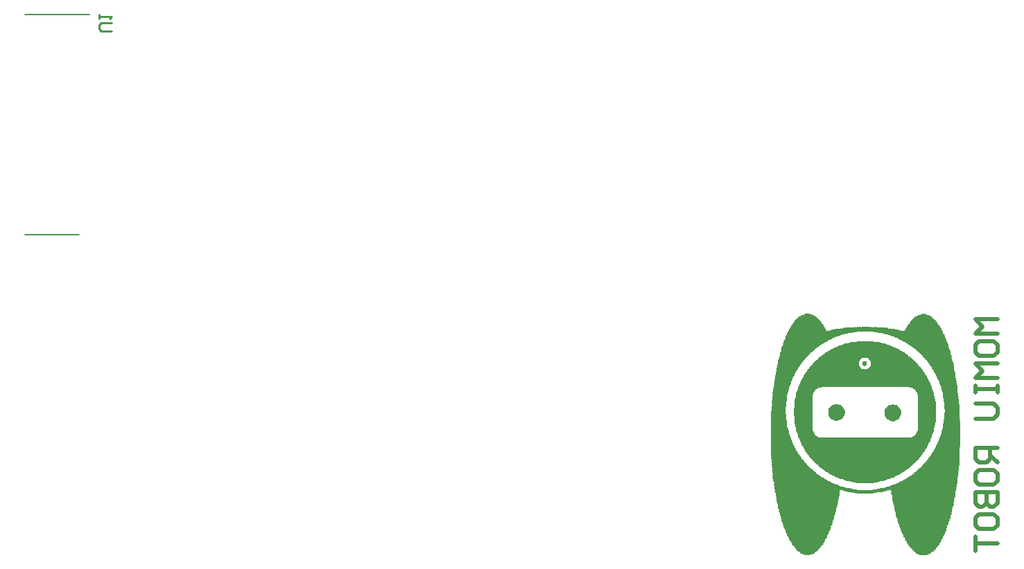
<source format=gbo>
G04*
G04 #@! TF.GenerationSoftware,Altium Limited,Altium Designer,21.2.0 (30)*
G04*
G04 Layer_Color=32896*
%FSLAX44Y44*%
%MOMM*%
G71*
G04*
G04 #@! TF.SameCoordinates,3F68380A-C471-43A9-BBDE-A44CCE961C07*
G04*
G04*
G04 #@! TF.FilePolarity,Positive*
G04*
G01*
G75*
%ADD10C,0.2000*%
%ADD14C,0.2540*%
%ADD15C,0.5000*%
G36*
X1768891Y561109D02*
X1769504D01*
Y560497D01*
X1771341D01*
Y559884D01*
X1771953D01*
Y560497D01*
X1772566D01*
Y559884D01*
X1773178D01*
Y559272D01*
X1775015D01*
Y558660D01*
X1775628D01*
Y558047D01*
X1776240D01*
Y557435D01*
X1776853D01*
Y556822D01*
X1777465D01*
Y556210D01*
X1778077D01*
Y555597D01*
X1778690D01*
Y554985D01*
X1779302D01*
Y554373D01*
X1779915D01*
Y553760D01*
X1780527D01*
Y553148D01*
X1781140D01*
Y552535D01*
X1781752D01*
Y551923D01*
X1782364D01*
Y551311D01*
X1782977D01*
Y550698D01*
X1783589D01*
Y550086D01*
Y549473D01*
X1784202D01*
Y548861D01*
Y548249D01*
X1784814D01*
Y547636D01*
X1785426D01*
Y547024D01*
X1786039D01*
Y546411D01*
X1786651D01*
Y545799D01*
Y545187D01*
Y544574D01*
X1787263D01*
Y543962D01*
X1787876D01*
Y543349D01*
X1788488D01*
Y542737D01*
X1787876D01*
Y542125D01*
X1788488D01*
Y541512D01*
X1789101D01*
Y540900D01*
X1789713D01*
Y540287D01*
X1789101D01*
Y539675D01*
X1789713D01*
Y539062D01*
X1790326D01*
Y538450D01*
X1790938D01*
Y537838D01*
X1790326D01*
Y537225D01*
X1790938D01*
Y536613D01*
X1791550D01*
Y536001D01*
X1792163D01*
Y535388D01*
X1791550D01*
Y534776D01*
X1792163D01*
Y534163D01*
X1792775D01*
Y533551D01*
Y532938D01*
Y532326D01*
X1793388D01*
Y531714D01*
Y531101D01*
Y530489D01*
X1794000D01*
Y529877D01*
X1794612D01*
Y529264D01*
X1794000D01*
Y528652D01*
X1794612D01*
Y528039D01*
X1795225D01*
Y527427D01*
Y526814D01*
Y526202D01*
X1795837D01*
Y525590D01*
X1795225D01*
Y524977D01*
X1795837D01*
Y524365D01*
X1796450D01*
Y523752D01*
Y523140D01*
Y522528D01*
X1797062D01*
Y521915D01*
X1796450D01*
Y521303D01*
X1797062D01*
Y520690D01*
X1797674D01*
Y520078D01*
Y519466D01*
Y518853D01*
X1798287D01*
Y518241D01*
X1797674D01*
Y517628D01*
X1798287D01*
Y517016D01*
X1798899D01*
Y516404D01*
X1798287D01*
Y515791D01*
X1798899D01*
Y515179D01*
X1799512D01*
Y514566D01*
X1798899D01*
Y513954D01*
X1799512D01*
Y513341D01*
Y512729D01*
Y512117D01*
X1800124D01*
Y511504D01*
Y510892D01*
Y510280D01*
X1800736D01*
Y509667D01*
X1800124D01*
Y509055D01*
X1800736D01*
Y508442D01*
X1800124D01*
Y507830D01*
X1800736D01*
Y507217D01*
X1801349D01*
Y506605D01*
Y505993D01*
Y505380D01*
X1801961D01*
Y504768D01*
X1801349D01*
Y504156D01*
X1801961D01*
Y503543D01*
Y502931D01*
Y502318D01*
X1802574D01*
Y501706D01*
Y501093D01*
Y500481D01*
X1803186D01*
Y499869D01*
X1802574D01*
Y499256D01*
X1803186D01*
Y498644D01*
X1802574D01*
Y498031D01*
X1803186D01*
Y497419D01*
Y496807D01*
Y496194D01*
X1803798D01*
Y495582D01*
Y494969D01*
Y494357D01*
X1804411D01*
Y493745D01*
X1803798D01*
Y493132D01*
X1804411D01*
Y492520D01*
X1803798D01*
Y491907D01*
X1804411D01*
Y491295D01*
Y490683D01*
Y490070D01*
X1805023D01*
Y489458D01*
Y488845D01*
Y488233D01*
X1805636D01*
Y487621D01*
X1805023D01*
Y487008D01*
X1805636D01*
Y486396D01*
X1805023D01*
Y485783D01*
X1805636D01*
Y485171D01*
Y484558D01*
Y483946D01*
Y483334D01*
Y482721D01*
X1806248D01*
Y482109D01*
Y481497D01*
Y480884D01*
Y480272D01*
Y479659D01*
X1806861D01*
Y479047D01*
X1806248D01*
Y478434D01*
X1806861D01*
Y477822D01*
X1806248D01*
Y477210D01*
X1806861D01*
Y476597D01*
Y475985D01*
Y475373D01*
Y474760D01*
Y474148D01*
X1807473D01*
Y473535D01*
Y472923D01*
Y472310D01*
Y471698D01*
Y471086D01*
X1808085D01*
Y470473D01*
X1807473D01*
Y469861D01*
X1808085D01*
Y469248D01*
X1807473D01*
Y468636D01*
X1808085D01*
Y468024D01*
Y467411D01*
Y466799D01*
Y466186D01*
Y465574D01*
X1808698D01*
Y464962D01*
X1808085D01*
Y464349D01*
X1808698D01*
Y463737D01*
Y463124D01*
Y462512D01*
Y461900D01*
Y461287D01*
X1809310D01*
Y460675D01*
X1808698D01*
Y460062D01*
X1809310D01*
Y459450D01*
X1808698D01*
Y458838D01*
X1809310D01*
Y458225D01*
X1808698D01*
Y457613D01*
X1809310D01*
Y457000D01*
X1808698D01*
Y456388D01*
X1809310D01*
Y455775D01*
Y455163D01*
Y454551D01*
Y453938D01*
Y453326D01*
Y452714D01*
Y452101D01*
X1809922D01*
Y451489D01*
X1809310D01*
Y450876D01*
X1809922D01*
Y450264D01*
Y449651D01*
Y449039D01*
X1810535D01*
Y448427D01*
X1809922D01*
Y447814D01*
Y447202D01*
Y446590D01*
X1810535D01*
Y445977D01*
X1809922D01*
Y445365D01*
X1810535D01*
Y444752D01*
X1809922D01*
Y444140D01*
X1810535D01*
Y443527D01*
X1809922D01*
Y442915D01*
X1810535D01*
Y442303D01*
X1809922D01*
Y441690D01*
X1810535D01*
Y441078D01*
X1809922D01*
Y440465D01*
X1810535D01*
Y439853D01*
X1809922D01*
Y439241D01*
X1810535D01*
Y438628D01*
Y438016D01*
Y437403D01*
Y436791D01*
Y436179D01*
Y435566D01*
Y434954D01*
Y434341D01*
Y433729D01*
X1811147D01*
Y433117D01*
X1810535D01*
Y432504D01*
Y431892D01*
Y431279D01*
X1811147D01*
Y430667D01*
X1810535D01*
Y430055D01*
Y429442D01*
X1811147D01*
Y428830D01*
Y428217D01*
X1810535D01*
Y427605D01*
X1811147D01*
Y426992D01*
Y426380D01*
Y425768D01*
X1810535D01*
Y425155D01*
X1811147D01*
Y424543D01*
Y423931D01*
Y423318D01*
Y422706D01*
Y422093D01*
Y421481D01*
Y420868D01*
Y420256D01*
Y419644D01*
Y419031D01*
Y418419D01*
Y417807D01*
Y417194D01*
Y416582D01*
Y415969D01*
Y415357D01*
Y414744D01*
Y414132D01*
Y413520D01*
Y412907D01*
Y412295D01*
Y411682D01*
Y411070D01*
Y410458D01*
Y409845D01*
Y409233D01*
Y408620D01*
Y408008D01*
Y407396D01*
Y406783D01*
Y406171D01*
Y405558D01*
Y404946D01*
Y404334D01*
Y403721D01*
Y403109D01*
Y402496D01*
Y401884D01*
Y401272D01*
X1810535D01*
Y400659D01*
X1811147D01*
Y400047D01*
Y399434D01*
Y398822D01*
X1810535D01*
Y398209D01*
X1811147D01*
Y397597D01*
X1810535D01*
Y396985D01*
X1811147D01*
Y396372D01*
X1810535D01*
Y395760D01*
Y395148D01*
Y394535D01*
X1811147D01*
Y393923D01*
X1810535D01*
Y393310D01*
Y392698D01*
Y392085D01*
Y391473D01*
Y390861D01*
Y390248D01*
Y389636D01*
Y389024D01*
Y388411D01*
X1809922D01*
Y387799D01*
X1810535D01*
Y387186D01*
X1809922D01*
Y386574D01*
X1810535D01*
Y385961D01*
X1809922D01*
Y385349D01*
X1810535D01*
Y384737D01*
X1809922D01*
Y384124D01*
X1810535D01*
Y383512D01*
X1809922D01*
Y382899D01*
X1810535D01*
Y382287D01*
X1809922D01*
Y381675D01*
X1810535D01*
Y381062D01*
X1809922D01*
Y380450D01*
X1810535D01*
Y379837D01*
X1809922D01*
Y379225D01*
Y378613D01*
Y378000D01*
Y377388D01*
Y376775D01*
Y376163D01*
Y375551D01*
X1809310D01*
Y374938D01*
X1809922D01*
Y374326D01*
X1809310D01*
Y373713D01*
Y373101D01*
Y372489D01*
Y371876D01*
Y371264D01*
Y370651D01*
Y370039D01*
X1808698D01*
Y369426D01*
X1809310D01*
Y368814D01*
X1808698D01*
Y368202D01*
X1809310D01*
Y367589D01*
X1808698D01*
Y366977D01*
X1809310D01*
Y366365D01*
X1808698D01*
Y365752D01*
Y365140D01*
Y364527D01*
Y363915D01*
Y363302D01*
Y362690D01*
Y362078D01*
X1808085D01*
Y361465D01*
Y360853D01*
Y360241D01*
Y359628D01*
Y359016D01*
X1807473D01*
Y358403D01*
X1808085D01*
Y357791D01*
X1807473D01*
Y357178D01*
X1808085D01*
Y356566D01*
X1807473D01*
Y355954D01*
X1808085D01*
Y355341D01*
X1807473D01*
Y354729D01*
Y354116D01*
Y353504D01*
X1806861D01*
Y352892D01*
X1807473D01*
Y352279D01*
X1806861D01*
Y351667D01*
Y351054D01*
Y350442D01*
Y349830D01*
Y349217D01*
X1806248D01*
Y348605D01*
X1806861D01*
Y347992D01*
X1806248D01*
Y347380D01*
X1806861D01*
Y346768D01*
X1806248D01*
Y346155D01*
Y345543D01*
Y344930D01*
X1805636D01*
Y344318D01*
Y343705D01*
Y343093D01*
Y342481D01*
Y341868D01*
X1805023D01*
Y341256D01*
X1805636D01*
Y340644D01*
X1805023D01*
Y340031D01*
X1805636D01*
Y339419D01*
X1805023D01*
Y338806D01*
Y338194D01*
Y337581D01*
X1804411D01*
Y336969D01*
X1805023D01*
Y336357D01*
X1804411D01*
Y335744D01*
X1803798D01*
Y335132D01*
X1804411D01*
Y334520D01*
X1803798D01*
Y333907D01*
X1804411D01*
Y333295D01*
X1803798D01*
Y332682D01*
Y332070D01*
Y331457D01*
Y330845D01*
Y330233D01*
X1803186D01*
Y329620D01*
X1802574D01*
Y329008D01*
X1803186D01*
Y328395D01*
X1802574D01*
Y327783D01*
X1803186D01*
Y327171D01*
X1802574D01*
Y326558D01*
Y325946D01*
Y325333D01*
X1801961D01*
Y324721D01*
Y324109D01*
Y323496D01*
X1801349D01*
Y322884D01*
X1801961D01*
Y322271D01*
X1801349D01*
Y321659D01*
Y321047D01*
Y320434D01*
X1800736D01*
Y319822D01*
Y319209D01*
Y318597D01*
X1800124D01*
Y317985D01*
X1800736D01*
Y317372D01*
X1800124D01*
Y316760D01*
X1800736D01*
Y316147D01*
X1800124D01*
Y315535D01*
X1799512D01*
Y314923D01*
Y314310D01*
Y313698D01*
X1798899D01*
Y313085D01*
X1799512D01*
Y312473D01*
X1798899D01*
Y311861D01*
Y311248D01*
Y310636D01*
X1798287D01*
Y310023D01*
X1797674D01*
Y309411D01*
X1798287D01*
Y308799D01*
X1797674D01*
Y308186D01*
Y307574D01*
Y306961D01*
X1797062D01*
Y306349D01*
Y305736D01*
Y305124D01*
X1796450D01*
Y304512D01*
Y303899D01*
Y303287D01*
X1795837D01*
Y302675D01*
X1795225D01*
Y302062D01*
X1795837D01*
Y301450D01*
X1795225D01*
Y300837D01*
Y300225D01*
Y299612D01*
X1794612D01*
Y299000D01*
X1794000D01*
Y298388D01*
X1794612D01*
Y297775D01*
X1794000D01*
Y297163D01*
Y296550D01*
Y295938D01*
X1793388D01*
Y295326D01*
X1792775D01*
Y294713D01*
X1793388D01*
Y294101D01*
X1792775D01*
Y293488D01*
X1792163D01*
Y292876D01*
X1791550D01*
Y292264D01*
X1792163D01*
Y291651D01*
X1791550D01*
Y291039D01*
X1790938D01*
Y290426D01*
Y289814D01*
Y289202D01*
X1790326D01*
Y288589D01*
Y287977D01*
X1789713D01*
Y287364D01*
Y286752D01*
X1789101D01*
Y286140D01*
X1788488D01*
Y285527D01*
Y284915D01*
Y284302D01*
X1787876D01*
Y283690D01*
X1787263D01*
Y283078D01*
Y282465D01*
Y281853D01*
X1786651D01*
Y281240D01*
X1786039D01*
Y280628D01*
X1785426D01*
Y280016D01*
Y279403D01*
X1784814D01*
Y278791D01*
Y278178D01*
X1784202D01*
Y277566D01*
X1783589D01*
Y276953D01*
X1782977D01*
Y276341D01*
Y275729D01*
X1781752D01*
Y275116D01*
Y274504D01*
X1781140D01*
Y273891D01*
Y273279D01*
X1780527D01*
Y272667D01*
X1779915D01*
Y272054D01*
X1779302D01*
Y271442D01*
X1778690D01*
Y270829D01*
X1777465D01*
Y270217D01*
X1776853D01*
Y269605D01*
X1775628D01*
Y268992D01*
X1775015D01*
Y268380D01*
X1774403D01*
Y267767D01*
X1773791D01*
Y268380D01*
X1773178D01*
Y267767D01*
X1773791D01*
Y267155D01*
X1773178D01*
Y267767D01*
X1772566D01*
Y267155D01*
X1771953D01*
Y266543D01*
X1771341D01*
Y267155D01*
X1770729D01*
Y266543D01*
X1770116D01*
Y265930D01*
X1769504D01*
Y266543D01*
X1768891D01*
Y265930D01*
X1763380D01*
Y266543D01*
X1762767D01*
Y265930D01*
X1762155D01*
Y266543D01*
X1761543D01*
Y267155D01*
X1759705D01*
Y267767D01*
X1759093D01*
Y268380D01*
X1757256D01*
Y268992D01*
X1756643D01*
Y269605D01*
X1756031D01*
Y270217D01*
X1755419D01*
Y270829D01*
X1754806D01*
Y271442D01*
X1754194D01*
Y272054D01*
X1752969D01*
Y272667D01*
Y273279D01*
X1752357D01*
Y273891D01*
X1751744D01*
Y274504D01*
X1751132D01*
Y275116D01*
X1750519D01*
Y275729D01*
X1749907D01*
Y276341D01*
X1749294D01*
Y276953D01*
X1748682D01*
Y277566D01*
Y278178D01*
X1748070D01*
Y278791D01*
Y279403D01*
X1747457D01*
Y280016D01*
X1746845D01*
Y280628D01*
X1746232D01*
Y281240D01*
Y281853D01*
X1745620D01*
Y282465D01*
Y283078D01*
X1745008D01*
Y283690D01*
X1744395D01*
Y284302D01*
X1743783D01*
Y284915D01*
X1744395D01*
Y285527D01*
X1743783D01*
Y286140D01*
X1743170D01*
Y286752D01*
Y287364D01*
Y287977D01*
X1742558D01*
Y288589D01*
X1741946D01*
Y289202D01*
X1741333D01*
Y289814D01*
X1741946D01*
Y290426D01*
X1741333D01*
Y291039D01*
Y291651D01*
X1740721D01*
Y292264D01*
Y292876D01*
X1740108D01*
Y293488D01*
Y294101D01*
X1739496D01*
Y294713D01*
Y295326D01*
X1738884D01*
Y295938D01*
X1739496D01*
Y296550D01*
X1738884D01*
Y297163D01*
X1738271D01*
Y297775D01*
Y298388D01*
Y299000D01*
X1737659D01*
Y299612D01*
Y300225D01*
Y300837D01*
X1737046D01*
Y301450D01*
X1736434D01*
Y302062D01*
X1737046D01*
Y302675D01*
X1736434D01*
Y303287D01*
Y303899D01*
Y304512D01*
X1735822D01*
Y305124D01*
X1735209D01*
Y305736D01*
X1735822D01*
Y306349D01*
X1735209D01*
Y306961D01*
Y307574D01*
Y308186D01*
X1734597D01*
Y308799D01*
X1733984D01*
Y309411D01*
X1734597D01*
Y310023D01*
X1733984D01*
Y310636D01*
Y311248D01*
Y311861D01*
X1733372D01*
Y312473D01*
Y313085D01*
Y313698D01*
X1732760D01*
Y314310D01*
X1733372D01*
Y314923D01*
X1732760D01*
Y315535D01*
Y316147D01*
Y316760D01*
X1732147D01*
Y317372D01*
Y317985D01*
Y318597D01*
X1731535D01*
Y319209D01*
X1732147D01*
Y319822D01*
X1731535D01*
Y320434D01*
Y321047D01*
Y321659D01*
X1730922D01*
Y322271D01*
Y322884D01*
Y323496D01*
X1730310D01*
Y324109D01*
X1730922D01*
Y324721D01*
X1730310D01*
Y325333D01*
Y325946D01*
Y326558D01*
X1729698D01*
Y327171D01*
X1730310D01*
Y327783D01*
X1729698D01*
Y328395D01*
X1729085D01*
Y329008D01*
X1729698D01*
Y329620D01*
X1729085D01*
Y330233D01*
X1729698D01*
Y330845D01*
X1729085D01*
Y331457D01*
Y332070D01*
Y332682D01*
X1728473D01*
Y333295D01*
Y333907D01*
Y334520D01*
X1727860D01*
Y335132D01*
X1728473D01*
Y335744D01*
X1727860D01*
Y336357D01*
X1728473D01*
Y336969D01*
X1727860D01*
Y337581D01*
Y338194D01*
Y338806D01*
X1727248D01*
Y339419D01*
X1727860D01*
Y340031D01*
X1727248D01*
Y340644D01*
X1726635D01*
Y341256D01*
X1727248D01*
Y341868D01*
X1726635D01*
Y342481D01*
X1727248D01*
Y343093D01*
X1726635D01*
Y343705D01*
X1727248D01*
Y344318D01*
X1726635D01*
Y344930D01*
Y345543D01*
Y346155D01*
X1726023D01*
Y346768D01*
X1725411D01*
Y346155D01*
X1724798D01*
Y345543D01*
X1722961D01*
Y344930D01*
X1722349D01*
Y345543D01*
X1721736D01*
Y344930D01*
X1721124D01*
Y344318D01*
X1720511D01*
Y344930D01*
X1719899D01*
Y344318D01*
X1716837D01*
Y343705D01*
X1715000D01*
Y343093D01*
X1714387D01*
Y343705D01*
X1713775D01*
Y343093D01*
X1710713D01*
Y342481D01*
X1710101D01*
Y343093D01*
X1709488D01*
Y342481D01*
X1708876D01*
Y343093D01*
X1708263D01*
Y342481D01*
X1707651D01*
Y341868D01*
X1707039D01*
Y342481D01*
X1706426D01*
Y341868D01*
X1705814D01*
Y342481D01*
X1705201D01*
Y341868D01*
X1697240D01*
Y341256D01*
X1696628D01*
Y341868D01*
X1696015D01*
Y341256D01*
X1695403D01*
Y341868D01*
X1694790D01*
Y341256D01*
X1694178D01*
Y341868D01*
X1692341D01*
Y341256D01*
X1691728D01*
Y341868D01*
X1683767D01*
Y342481D01*
X1683155D01*
Y341868D01*
X1682542D01*
Y342481D01*
X1681930D01*
Y341868D01*
X1681318D01*
Y342481D01*
X1680705D01*
Y343093D01*
X1680093D01*
Y342481D01*
X1679480D01*
Y343093D01*
X1678868D01*
Y342481D01*
X1678255D01*
Y343093D01*
X1675193D01*
Y343705D01*
X1673356D01*
Y344318D01*
X1670294D01*
Y344930D01*
X1669682D01*
Y344318D01*
X1669070D01*
Y344930D01*
X1668457D01*
Y345543D01*
X1665395D01*
Y346155D01*
X1664783D01*
Y345543D01*
X1664170D01*
Y344930D01*
X1664783D01*
Y344318D01*
X1664170D01*
Y343705D01*
Y343093D01*
Y342481D01*
X1663558D01*
Y341868D01*
Y341256D01*
Y340644D01*
Y340031D01*
Y339419D01*
X1662945D01*
Y338806D01*
X1663558D01*
Y338194D01*
X1662945D01*
Y337581D01*
Y336969D01*
Y336357D01*
Y335744D01*
Y335132D01*
X1662333D01*
Y334520D01*
Y333907D01*
Y333295D01*
X1661721D01*
Y332682D01*
X1662333D01*
Y332070D01*
X1661721D01*
Y331457D01*
X1662333D01*
Y330845D01*
X1661721D01*
Y330233D01*
X1661108D01*
Y329620D01*
X1661721D01*
Y329008D01*
X1661108D01*
Y328395D01*
Y327783D01*
Y327171D01*
X1660496D01*
Y326558D01*
X1661108D01*
Y325946D01*
X1660496D01*
Y325333D01*
Y324721D01*
Y324109D01*
X1659883D01*
Y323496D01*
Y322884D01*
Y322271D01*
X1659271D01*
Y321659D01*
X1659883D01*
Y321047D01*
X1659271D01*
Y320434D01*
X1659883D01*
Y319822D01*
X1659271D01*
Y319209D01*
X1658659D01*
Y318597D01*
Y317985D01*
Y317372D01*
X1658046D01*
Y316760D01*
X1658659D01*
Y316147D01*
X1658046D01*
Y315535D01*
Y314923D01*
Y314310D01*
X1657434D01*
Y313698D01*
Y313085D01*
Y312473D01*
X1656821D01*
Y311861D01*
X1657434D01*
Y311248D01*
X1656821D01*
Y310636D01*
X1656209D01*
Y310023D01*
Y309411D01*
Y308799D01*
X1655597D01*
Y308186D01*
X1656209D01*
Y307574D01*
X1655597D01*
Y306961D01*
Y306349D01*
Y305736D01*
X1654984D01*
Y305124D01*
X1654372D01*
Y304512D01*
X1654984D01*
Y303899D01*
X1654372D01*
Y303287D01*
Y302675D01*
X1653759D01*
Y302062D01*
Y301450D01*
X1653147D01*
Y300837D01*
X1653759D01*
Y300225D01*
X1653147D01*
Y299612D01*
X1652534D01*
Y299000D01*
Y298388D01*
Y297775D01*
X1651922D01*
Y297163D01*
Y296550D01*
Y295938D01*
X1651310D01*
Y295326D01*
X1650697D01*
Y294713D01*
X1651310D01*
Y294101D01*
X1650697D01*
Y293488D01*
Y292876D01*
X1650085D01*
Y292264D01*
Y291651D01*
X1649473D01*
Y291039D01*
Y290426D01*
X1648860D01*
Y289814D01*
Y289202D01*
X1648248D01*
Y288589D01*
Y287977D01*
Y287364D01*
X1647635D01*
Y286752D01*
X1647023D01*
Y286140D01*
Y285527D01*
X1646411D01*
Y284915D01*
Y284302D01*
X1645798D01*
Y283690D01*
Y283078D01*
X1645186D01*
Y282465D01*
Y281853D01*
X1644573D01*
Y281240D01*
X1643961D01*
Y280628D01*
X1643349D01*
Y280016D01*
X1643961D01*
Y279403D01*
X1642736D01*
Y278791D01*
Y278178D01*
X1642124D01*
Y277566D01*
X1641511D01*
Y276953D01*
X1640899D01*
Y276341D01*
Y275729D01*
X1639674D01*
Y275116D01*
Y274504D01*
X1639062D01*
Y273891D01*
X1638449D01*
Y273279D01*
X1637837D01*
Y272667D01*
Y272054D01*
X1636612D01*
Y271442D01*
X1636000D01*
Y270829D01*
X1634775D01*
Y270217D01*
X1634162D01*
Y269605D01*
X1633550D01*
Y268992D01*
X1632938D01*
Y268380D01*
X1631100D01*
Y267767D01*
X1630488D01*
Y267155D01*
X1627426D01*
Y266543D01*
X1625589D01*
Y265930D01*
X1624976D01*
Y266543D01*
X1623139D01*
Y267155D01*
X1622527D01*
Y266543D01*
X1621914D01*
Y267155D01*
X1621302D01*
Y266543D01*
X1620690D01*
Y267155D01*
X1618852D01*
Y267767D01*
X1618240D01*
Y268380D01*
X1616403D01*
Y268992D01*
X1615790D01*
Y269605D01*
X1615178D01*
Y270217D01*
X1614565D01*
Y270829D01*
X1612728D01*
Y271442D01*
X1612116D01*
Y272054D01*
X1611503D01*
Y272667D01*
X1610891D01*
Y273279D01*
X1610279D01*
Y273891D01*
Y274504D01*
X1609054D01*
Y275116D01*
X1609666D01*
Y275729D01*
X1608441D01*
Y276341D01*
Y276953D01*
X1607829D01*
Y277566D01*
X1607217D01*
Y278178D01*
X1606604D01*
Y278791D01*
X1605992D01*
Y279403D01*
X1605379D01*
Y280016D01*
X1605992D01*
Y280628D01*
X1605379D01*
Y281240D01*
X1604767D01*
Y281853D01*
X1604155D01*
Y282465D01*
Y283078D01*
X1603542D01*
Y283690D01*
Y284302D01*
X1602930D01*
Y284915D01*
X1602317D01*
Y285527D01*
Y286140D01*
Y286752D01*
X1601705D01*
Y287364D01*
X1601093D01*
Y287977D01*
X1600480D01*
Y288589D01*
X1601093D01*
Y289202D01*
X1600480D01*
Y289814D01*
X1599868D01*
Y290426D01*
Y291039D01*
Y291651D01*
X1599255D01*
Y292264D01*
X1598643D01*
Y292876D01*
Y293488D01*
Y294101D01*
X1598031D01*
Y294713D01*
Y295326D01*
Y295938D01*
X1597418D01*
Y296550D01*
X1596806D01*
Y297163D01*
X1597418D01*
Y297775D01*
X1596806D01*
Y298388D01*
X1596193D01*
Y299000D01*
Y299612D01*
Y300225D01*
X1595581D01*
Y300837D01*
Y301450D01*
Y302062D01*
X1594969D01*
Y302675D01*
Y303287D01*
Y303899D01*
X1594356D01*
Y304512D01*
Y305124D01*
Y305736D01*
X1593744D01*
Y306349D01*
Y306961D01*
Y307574D01*
X1593131D01*
Y308186D01*
Y308799D01*
Y309411D01*
X1592519D01*
Y310023D01*
Y310636D01*
Y311248D01*
X1591906D01*
Y311861D01*
X1592519D01*
Y312473D01*
X1591906D01*
Y313085D01*
Y313698D01*
Y314310D01*
X1591294D01*
Y314923D01*
X1590682D01*
Y315535D01*
X1591294D01*
Y316147D01*
X1590682D01*
Y316760D01*
Y317372D01*
Y317985D01*
X1590069D01*
Y318597D01*
Y319209D01*
Y319822D01*
X1589457D01*
Y320434D01*
X1590069D01*
Y321047D01*
X1589457D01*
Y321659D01*
X1590069D01*
Y322271D01*
X1589457D01*
Y322884D01*
X1588844D01*
Y323496D01*
Y324109D01*
Y324721D01*
X1588232D01*
Y325333D01*
X1588844D01*
Y325946D01*
X1588232D01*
Y326558D01*
Y327171D01*
Y327783D01*
X1587620D01*
Y328395D01*
X1588232D01*
Y329008D01*
X1587620D01*
Y329620D01*
Y330233D01*
Y330845D01*
X1587007D01*
Y331457D01*
X1587620D01*
Y332070D01*
X1587007D01*
Y332682D01*
Y333295D01*
Y333907D01*
X1586395D01*
Y334520D01*
X1587007D01*
Y335132D01*
X1586395D01*
Y335744D01*
Y336357D01*
Y336969D01*
X1585782D01*
Y337581D01*
X1586395D01*
Y338194D01*
X1585782D01*
Y338806D01*
Y339419D01*
Y340031D01*
Y340644D01*
Y341256D01*
X1585170D01*
Y341868D01*
X1585782D01*
Y342481D01*
X1585170D01*
Y343093D01*
X1584558D01*
Y343705D01*
X1585170D01*
Y344318D01*
X1584558D01*
Y344930D01*
X1585170D01*
Y345543D01*
X1584558D01*
Y346155D01*
X1585170D01*
Y346768D01*
X1584558D01*
Y347380D01*
Y347992D01*
Y348605D01*
X1583945D01*
Y349217D01*
Y349830D01*
Y350442D01*
Y351054D01*
Y351667D01*
X1583333D01*
Y352279D01*
X1583945D01*
Y352892D01*
X1583333D01*
Y353504D01*
X1583945D01*
Y354116D01*
X1583333D01*
Y354729D01*
X1583945D01*
Y355341D01*
X1583333D01*
Y355954D01*
Y356566D01*
Y357178D01*
X1582720D01*
Y357791D01*
Y358403D01*
Y359016D01*
Y359628D01*
Y360241D01*
X1582108D01*
Y360853D01*
X1582720D01*
Y361465D01*
X1582108D01*
Y362078D01*
X1582720D01*
Y362690D01*
X1582108D01*
Y363302D01*
X1582720D01*
Y363915D01*
X1582108D01*
Y364527D01*
X1582720D01*
Y365140D01*
X1582108D01*
Y365752D01*
X1582720D01*
Y366365D01*
X1582108D01*
Y366977D01*
Y367589D01*
Y368202D01*
X1581496D01*
Y368814D01*
X1582108D01*
Y369426D01*
X1581496D01*
Y370039D01*
Y370651D01*
Y371264D01*
Y371876D01*
Y372489D01*
Y373101D01*
Y373713D01*
X1580883D01*
Y374326D01*
X1581496D01*
Y374938D01*
X1580883D01*
Y375551D01*
X1581496D01*
Y376163D01*
X1580883D01*
Y376775D01*
X1581496D01*
Y377388D01*
X1580883D01*
Y378000D01*
X1581496D01*
Y378613D01*
X1580883D01*
Y379225D01*
Y379837D01*
Y380450D01*
Y381062D01*
Y381675D01*
Y382287D01*
Y382899D01*
Y383512D01*
Y384124D01*
X1580271D01*
Y384737D01*
Y385349D01*
Y385961D01*
X1580883D01*
Y386574D01*
X1580271D01*
Y387186D01*
Y387799D01*
Y388411D01*
Y389024D01*
Y389636D01*
X1579658D01*
Y390248D01*
X1580271D01*
Y390861D01*
Y391473D01*
Y392085D01*
X1579658D01*
Y392698D01*
X1580271D01*
Y393310D01*
X1579658D01*
Y393923D01*
X1580271D01*
Y394535D01*
X1579658D01*
Y395148D01*
X1580271D01*
Y395760D01*
X1579658D01*
Y396372D01*
X1580271D01*
Y396985D01*
X1579658D01*
Y397597D01*
X1580271D01*
Y398209D01*
X1579658D01*
Y398822D01*
X1580271D01*
Y399434D01*
X1579658D01*
Y400047D01*
X1580271D01*
Y400659D01*
X1579658D01*
Y401272D01*
X1580271D01*
Y401884D01*
X1579658D01*
Y402496D01*
X1580271D01*
Y403109D01*
X1579658D01*
Y403721D01*
Y404334D01*
Y404946D01*
X1580271D01*
Y405558D01*
X1579658D01*
Y406171D01*
Y406783D01*
Y407396D01*
X1580271D01*
Y408008D01*
X1579658D01*
Y408620D01*
Y409233D01*
Y409845D01*
X1580271D01*
Y410458D01*
X1579658D01*
Y411070D01*
Y411682D01*
Y412295D01*
Y412907D01*
Y413520D01*
Y414132D01*
Y414744D01*
X1580271D01*
Y415357D01*
X1579658D01*
Y415969D01*
Y416582D01*
Y417194D01*
X1580271D01*
Y417807D01*
X1579658D01*
Y418419D01*
Y419031D01*
Y419644D01*
X1580271D01*
Y420256D01*
X1579658D01*
Y420868D01*
Y421481D01*
Y422093D01*
X1580271D01*
Y422706D01*
X1579658D01*
Y423318D01*
Y423931D01*
Y424543D01*
X1580271D01*
Y425155D01*
X1579658D01*
Y425768D01*
X1580271D01*
Y426380D01*
X1579658D01*
Y426992D01*
X1580271D01*
Y427605D01*
X1579658D01*
Y428217D01*
X1580271D01*
Y428830D01*
X1579658D01*
Y429442D01*
X1580271D01*
Y430055D01*
X1579658D01*
Y430667D01*
X1580271D01*
Y431279D01*
X1579658D01*
Y431892D01*
X1580271D01*
Y432504D01*
X1579658D01*
Y433117D01*
X1580271D01*
Y433729D01*
X1579658D01*
Y434341D01*
X1580271D01*
Y434954D01*
Y435566D01*
Y436179D01*
X1579658D01*
Y436791D01*
X1580271D01*
Y437403D01*
Y438016D01*
Y438628D01*
Y439241D01*
Y439853D01*
Y440465D01*
Y441078D01*
Y441690D01*
Y442303D01*
X1580883D01*
Y442915D01*
X1580271D01*
Y443527D01*
X1580883D01*
Y444140D01*
Y444752D01*
Y445365D01*
Y445977D01*
Y446590D01*
Y447202D01*
Y447814D01*
Y448427D01*
Y449039D01*
X1581496D01*
Y449651D01*
X1580883D01*
Y450264D01*
X1581496D01*
Y450876D01*
X1580883D01*
Y451489D01*
X1581496D01*
Y452101D01*
X1580883D01*
Y452714D01*
X1581496D01*
Y453326D01*
X1580883D01*
Y453938D01*
X1581496D01*
Y454551D01*
X1580883D01*
Y455163D01*
X1581496D01*
Y455775D01*
Y456388D01*
Y457000D01*
Y457613D01*
Y458225D01*
X1582108D01*
Y458838D01*
X1581496D01*
Y459450D01*
X1582108D01*
Y460062D01*
Y460675D01*
Y461287D01*
X1582720D01*
Y461900D01*
X1582108D01*
Y462512D01*
Y463124D01*
Y463737D01*
X1582720D01*
Y464349D01*
X1582108D01*
Y464962D01*
X1582720D01*
Y465574D01*
X1582108D01*
Y466186D01*
X1582720D01*
Y466799D01*
Y467411D01*
Y468024D01*
Y468636D01*
Y469248D01*
X1583333D01*
Y469861D01*
X1582720D01*
Y470473D01*
X1583333D01*
Y471086D01*
Y471698D01*
Y472310D01*
Y472923D01*
Y473535D01*
X1583945D01*
Y474148D01*
X1583333D01*
Y474760D01*
X1583945D01*
Y475373D01*
X1583333D01*
Y475985D01*
X1583945D01*
Y476597D01*
Y477210D01*
Y477822D01*
Y478434D01*
Y479047D01*
X1584558D01*
Y479659D01*
Y480272D01*
Y480884D01*
X1585170D01*
Y481497D01*
X1584558D01*
Y482109D01*
X1585170D01*
Y482721D01*
X1584558D01*
Y483334D01*
X1585170D01*
Y483946D01*
Y484558D01*
Y485171D01*
Y485783D01*
Y486396D01*
X1585782D01*
Y487008D01*
X1585170D01*
Y487621D01*
X1585782D01*
Y488233D01*
Y488845D01*
Y489458D01*
X1586395D01*
Y490070D01*
X1585782D01*
Y490683D01*
X1586395D01*
Y491295D01*
X1585782D01*
Y491907D01*
X1586395D01*
Y492520D01*
Y493132D01*
Y493745D01*
X1587007D01*
Y494357D01*
Y494969D01*
Y495582D01*
X1587620D01*
Y496194D01*
X1587007D01*
Y496807D01*
X1587620D01*
Y497419D01*
X1587007D01*
Y498031D01*
X1587620D01*
Y498644D01*
X1588232D01*
Y499256D01*
X1587620D01*
Y499869D01*
X1588232D01*
Y500481D01*
Y501093D01*
Y501706D01*
X1588844D01*
Y502318D01*
X1588232D01*
Y502931D01*
X1588844D01*
Y503543D01*
Y504156D01*
Y504768D01*
X1589457D01*
Y505380D01*
Y505993D01*
Y506605D01*
X1590069D01*
Y507217D01*
X1589457D01*
Y507830D01*
X1590069D01*
Y508442D01*
Y509055D01*
Y509667D01*
X1590682D01*
Y510280D01*
Y510892D01*
Y511504D01*
X1591294D01*
Y512117D01*
X1590682D01*
Y512729D01*
X1591294D01*
Y513341D01*
Y513954D01*
Y514566D01*
X1591906D01*
Y515179D01*
X1592519D01*
Y515791D01*
X1591906D01*
Y516404D01*
X1592519D01*
Y517016D01*
X1591906D01*
Y517628D01*
X1592519D01*
Y518241D01*
X1593131D01*
Y518853D01*
Y519466D01*
Y520078D01*
X1593744D01*
Y520690D01*
X1593131D01*
Y521303D01*
X1593744D01*
Y521915D01*
X1594356D01*
Y522528D01*
Y523140D01*
Y523752D01*
X1594969D01*
Y524365D01*
X1594356D01*
Y524977D01*
X1594969D01*
Y525590D01*
X1595581D01*
Y526202D01*
Y526814D01*
Y527427D01*
X1596193D01*
Y528039D01*
X1595581D01*
Y528652D01*
X1596193D01*
Y529264D01*
X1596806D01*
Y529877D01*
X1597418D01*
Y530489D01*
X1596806D01*
Y531101D01*
X1597418D01*
Y531714D01*
Y532326D01*
X1598031D01*
Y532938D01*
Y533551D01*
X1598643D01*
Y534163D01*
X1598031D01*
Y534776D01*
X1598643D01*
Y535388D01*
X1599255D01*
Y536001D01*
Y536613D01*
Y537225D01*
X1599868D01*
Y537838D01*
X1600480D01*
Y538450D01*
Y539062D01*
Y539675D01*
X1601093D01*
Y540287D01*
X1601705D01*
Y540900D01*
Y541512D01*
Y542125D01*
X1602317D01*
Y542737D01*
X1602930D01*
Y543349D01*
X1603542D01*
Y543962D01*
X1602930D01*
Y544574D01*
X1603542D01*
Y545187D01*
X1604155D01*
Y545799D01*
X1604767D01*
Y546411D01*
X1604155D01*
Y547024D01*
X1605379D01*
Y547636D01*
Y548249D01*
X1605992D01*
Y548861D01*
X1606604D01*
Y549473D01*
X1607217D01*
Y550086D01*
Y550698D01*
X1607829D01*
Y551311D01*
Y551923D01*
X1608441D01*
Y552535D01*
X1609054D01*
Y553148D01*
X1609666D01*
Y553760D01*
X1610279D01*
Y554373D01*
X1610891D01*
Y554985D01*
X1611503D01*
Y555597D01*
X1612116D01*
Y556210D01*
X1612728D01*
Y556822D01*
X1613341D01*
Y557435D01*
X1613953D01*
Y558047D01*
X1614565D01*
Y558660D01*
X1615178D01*
Y558047D01*
X1615790D01*
Y558660D01*
X1616403D01*
Y559272D01*
X1617015D01*
Y559884D01*
X1617628D01*
Y560497D01*
X1619465D01*
Y561109D01*
X1620077D01*
Y560497D01*
X1620690D01*
Y561109D01*
X1621302D01*
Y561721D01*
X1626814D01*
Y561109D01*
X1627426D01*
Y561721D01*
X1628038D01*
Y561109D01*
X1629876D01*
Y560497D01*
X1631713D01*
Y559884D01*
X1632325D01*
Y559272D01*
X1632938D01*
Y558660D01*
X1634162D01*
Y558047D01*
X1635387D01*
Y557435D01*
X1636000D01*
Y556822D01*
X1636612D01*
Y556210D01*
X1637224D01*
Y555597D01*
X1637837D01*
Y554985D01*
X1638449D01*
Y554373D01*
X1639062D01*
Y553760D01*
X1639674D01*
Y553148D01*
X1640287D01*
Y552535D01*
X1640899D01*
Y551923D01*
X1641511D01*
Y551311D01*
Y550698D01*
Y550086D01*
X1642124D01*
Y549473D01*
X1642736D01*
Y548861D01*
X1643349D01*
Y548249D01*
X1643961D01*
Y547636D01*
X1643349D01*
Y547024D01*
X1644573D01*
Y546411D01*
Y545799D01*
X1645186D01*
Y545187D01*
X1645798D01*
Y544574D01*
X1646411D01*
Y543962D01*
X1645798D01*
Y543349D01*
X1646411D01*
Y542737D01*
X1647023D01*
Y542125D01*
X1647635D01*
Y541512D01*
X1647023D01*
Y540900D01*
X1647635D01*
Y540287D01*
X1648248D01*
Y540900D01*
X1648860D01*
Y540287D01*
X1649473D01*
Y540900D01*
X1651310D01*
Y541512D01*
X1651922D01*
Y540900D01*
X1652534D01*
Y541512D01*
X1653147D01*
Y542125D01*
X1653759D01*
Y541512D01*
X1654372D01*
Y542125D01*
X1657434D01*
Y542737D01*
X1658046D01*
Y542125D01*
X1658659D01*
Y542737D01*
X1659271D01*
Y543349D01*
X1659883D01*
Y542737D01*
X1660496D01*
Y543349D01*
X1661108D01*
Y542737D01*
X1661721D01*
Y543349D01*
X1664783D01*
Y543962D01*
X1665395D01*
Y543349D01*
X1666007D01*
Y543962D01*
X1666620D01*
Y543349D01*
X1667232D01*
Y543962D01*
X1667845D01*
Y544574D01*
X1668457D01*
Y543962D01*
X1669070D01*
Y544574D01*
X1669682D01*
Y543962D01*
X1670294D01*
Y544574D01*
X1677031D01*
Y545187D01*
X1677643D01*
Y544574D01*
X1678255D01*
Y545187D01*
X1678868D01*
Y544574D01*
X1679480D01*
Y545187D01*
X1680093D01*
Y544574D01*
X1680705D01*
Y545187D01*
X1681318D01*
Y545799D01*
X1681930D01*
Y545187D01*
X1682542D01*
Y545799D01*
X1683155D01*
Y545187D01*
X1683767D01*
Y545799D01*
X1684380D01*
Y545187D01*
X1684992D01*
Y545799D01*
X1685604D01*
Y545187D01*
X1686217D01*
Y545799D01*
X1686829D01*
Y545187D01*
X1687442D01*
Y545799D01*
X1688054D01*
Y545187D01*
X1688666D01*
Y545799D01*
X1690504D01*
Y545187D01*
X1691116D01*
Y545799D01*
X1700302D01*
Y545187D01*
X1700914D01*
Y545799D01*
X1701527D01*
Y545187D01*
X1702139D01*
Y545799D01*
X1702752D01*
Y545187D01*
X1703364D01*
Y545799D01*
X1703976D01*
Y545187D01*
X1704589D01*
Y545799D01*
X1705201D01*
Y545187D01*
X1705814D01*
Y545799D01*
X1706426D01*
Y545187D01*
X1707039D01*
Y545799D01*
X1707651D01*
Y545187D01*
X1708263D01*
Y545799D01*
X1708876D01*
Y545187D01*
X1709488D01*
Y544574D01*
X1710101D01*
Y545187D01*
X1710713D01*
Y544574D01*
X1711325D01*
Y545187D01*
X1711938D01*
Y544574D01*
X1712550D01*
Y545187D01*
X1713163D01*
Y544574D01*
X1713775D01*
Y545187D01*
X1714387D01*
Y544574D01*
X1718674D01*
Y543962D01*
X1719287D01*
Y544574D01*
X1719899D01*
Y543962D01*
X1720511D01*
Y544574D01*
X1721124D01*
Y543962D01*
X1721736D01*
Y544574D01*
X1722349D01*
Y543962D01*
X1722961D01*
Y543349D01*
X1723573D01*
Y543962D01*
X1724186D01*
Y543349D01*
X1724798D01*
Y543962D01*
X1725411D01*
Y543349D01*
X1728473D01*
Y542737D01*
X1729085D01*
Y543349D01*
X1729698D01*
Y542737D01*
X1730310D01*
Y543349D01*
X1730922D01*
Y542737D01*
X1731535D01*
Y542125D01*
X1732147D01*
Y542737D01*
X1732760D01*
Y542125D01*
X1735822D01*
Y541512D01*
X1736434D01*
Y542125D01*
X1737046D01*
Y541512D01*
X1737659D01*
Y540900D01*
X1738271D01*
Y541512D01*
X1738884D01*
Y540900D01*
X1741946D01*
Y540287D01*
X1742558D01*
Y540900D01*
X1743783D01*
Y541512D01*
Y542125D01*
X1744395D01*
Y542737D01*
X1745008D01*
Y543349D01*
Y543962D01*
Y544574D01*
X1745620D01*
Y545187D01*
X1746232D01*
Y545799D01*
X1746845D01*
Y546411D01*
X1746232D01*
Y547024D01*
X1747457D01*
Y547636D01*
Y548249D01*
X1748070D01*
Y548861D01*
X1748682D01*
Y549473D01*
X1749294D01*
Y550086D01*
Y550698D01*
X1749907D01*
Y551311D01*
Y551923D01*
X1750519D01*
Y552535D01*
X1751132D01*
Y553148D01*
X1751744D01*
Y553760D01*
X1752357D01*
Y554373D01*
X1752969D01*
Y554985D01*
X1753581D01*
Y555597D01*
X1754194D01*
Y556210D01*
X1754806D01*
Y556822D01*
X1755419D01*
Y557435D01*
X1756031D01*
Y558047D01*
X1757868D01*
Y558660D01*
X1758481D01*
Y559272D01*
X1759093D01*
Y559884D01*
X1760930D01*
Y560497D01*
X1762767D01*
Y561109D01*
X1764604D01*
Y561721D01*
X1765217D01*
Y561109D01*
X1765829D01*
Y561721D01*
X1766442D01*
Y561109D01*
X1767054D01*
Y561721D01*
X1767667D01*
Y561109D01*
X1768279D01*
Y561721D01*
X1768891D01*
Y561109D01*
D02*
G37*
%LPC*%
G36*
X1705201Y539675D02*
X1684992D01*
Y539062D01*
X1680093D01*
Y538450D01*
X1677031D01*
Y537838D01*
X1673969D01*
Y537225D01*
X1670907D01*
Y536613D01*
X1669070D01*
Y536001D01*
X1666620D01*
Y535388D01*
X1664783D01*
Y534776D01*
X1662945D01*
Y534163D01*
X1661108D01*
Y533551D01*
X1659883D01*
Y532938D01*
X1658046D01*
Y532326D01*
X1656821D01*
Y531714D01*
X1655597D01*
Y531101D01*
X1654372D01*
Y530489D01*
X1653147D01*
Y529877D01*
X1651922D01*
Y529264D01*
X1650697D01*
Y528652D01*
X1649473D01*
Y528039D01*
X1648248D01*
Y527427D01*
X1647023D01*
Y526814D01*
X1645798D01*
Y526202D01*
X1645186D01*
Y525590D01*
X1643961D01*
Y524977D01*
X1643349D01*
Y524365D01*
X1642124D01*
Y523752D01*
X1640899D01*
Y523140D01*
X1640287D01*
Y522528D01*
X1639674D01*
Y521915D01*
X1638449D01*
Y521303D01*
X1637837D01*
Y520690D01*
X1636612D01*
Y520078D01*
X1636000D01*
Y519466D01*
X1635387D01*
Y518853D01*
X1634775D01*
Y518241D01*
X1633550D01*
Y517628D01*
X1632938D01*
Y517016D01*
X1632325D01*
Y516404D01*
X1631713D01*
Y515791D01*
X1631100D01*
Y515179D01*
X1630488D01*
Y514566D01*
X1629263D01*
Y513954D01*
X1628651D01*
Y513341D01*
X1628038D01*
Y512729D01*
X1627426D01*
Y512117D01*
X1626814D01*
Y511504D01*
X1626201D01*
Y510892D01*
X1625589D01*
Y510280D01*
X1624976D01*
Y509667D01*
X1624364D01*
Y509055D01*
X1623752D01*
Y508442D01*
X1623139D01*
Y507830D01*
Y507217D01*
X1622527D01*
Y506605D01*
X1621914D01*
Y505993D01*
X1621302D01*
Y505380D01*
X1620690D01*
Y504768D01*
X1620077D01*
Y504156D01*
Y503543D01*
X1619465D01*
Y502931D01*
X1618852D01*
Y502318D01*
X1618240D01*
Y501706D01*
X1617628D01*
Y501093D01*
Y500481D01*
X1617015D01*
Y499869D01*
X1616403D01*
Y499256D01*
X1615790D01*
Y498644D01*
Y498031D01*
X1615178D01*
Y497419D01*
X1614565D01*
Y496807D01*
Y496194D01*
X1613953D01*
Y495582D01*
X1613341D01*
Y494969D01*
Y494357D01*
X1612728D01*
Y493745D01*
Y493132D01*
X1612116D01*
Y492520D01*
X1611503D01*
Y491907D01*
Y491295D01*
X1610891D01*
Y490683D01*
Y490070D01*
X1610279D01*
Y489458D01*
X1609666D01*
Y488845D01*
Y488233D01*
X1609054D01*
Y487621D01*
Y487008D01*
X1608441D01*
Y486396D01*
Y485783D01*
X1607829D01*
Y485171D01*
Y484558D01*
X1607217D01*
Y483946D01*
Y483334D01*
Y482721D01*
X1606604D01*
Y482109D01*
Y481497D01*
X1605992D01*
Y480884D01*
Y480272D01*
X1605379D01*
Y479659D01*
Y479047D01*
Y478434D01*
X1604767D01*
Y477822D01*
Y477210D01*
X1604155D01*
Y476597D01*
Y475985D01*
Y475373D01*
X1603542D01*
Y474760D01*
Y474148D01*
Y473535D01*
X1602930D01*
Y472923D01*
Y472310D01*
Y471698D01*
X1602317D01*
Y471086D01*
Y470473D01*
Y469861D01*
X1601705D01*
Y469248D01*
Y468636D01*
Y468024D01*
Y467411D01*
X1601093D01*
Y466799D01*
Y466186D01*
Y465574D01*
Y464962D01*
X1600480D01*
Y464349D01*
Y463737D01*
Y463124D01*
Y462512D01*
X1599868D01*
Y461900D01*
Y461287D01*
Y460675D01*
Y460062D01*
Y459450D01*
Y458838D01*
X1599255D01*
Y458225D01*
Y457613D01*
Y457000D01*
Y456388D01*
Y455775D01*
Y455163D01*
Y454551D01*
X1598643D01*
Y453938D01*
Y453326D01*
Y452714D01*
Y452101D01*
Y451489D01*
Y450876D01*
Y450264D01*
Y449651D01*
Y449039D01*
Y448427D01*
Y447814D01*
Y447202D01*
X1598031D01*
Y446590D01*
Y445977D01*
Y445365D01*
Y444752D01*
Y444140D01*
Y443527D01*
Y442915D01*
Y442303D01*
Y441690D01*
Y441078D01*
Y440465D01*
Y439853D01*
Y439241D01*
Y438628D01*
X1598643D01*
Y438016D01*
Y437403D01*
Y436791D01*
Y436179D01*
Y435566D01*
Y434954D01*
Y434341D01*
Y433729D01*
Y433117D01*
Y432504D01*
Y431892D01*
Y431279D01*
X1599255D01*
Y430667D01*
Y430055D01*
Y429442D01*
Y428830D01*
Y428217D01*
Y427605D01*
Y426992D01*
X1599868D01*
Y426380D01*
Y425768D01*
Y425155D01*
Y424543D01*
Y423931D01*
Y423318D01*
X1600480D01*
Y422706D01*
Y422093D01*
Y421481D01*
Y420868D01*
X1601093D01*
Y420256D01*
Y419644D01*
Y419031D01*
Y418419D01*
X1601705D01*
Y417807D01*
Y417194D01*
Y416582D01*
Y415969D01*
X1602317D01*
Y415357D01*
Y414744D01*
Y414132D01*
X1602930D01*
Y413520D01*
Y412907D01*
Y412295D01*
X1603542D01*
Y411682D01*
Y411070D01*
Y410458D01*
X1604155D01*
Y409845D01*
Y409233D01*
Y408620D01*
X1604767D01*
Y408008D01*
Y407396D01*
X1605379D01*
Y406783D01*
Y406171D01*
Y405558D01*
X1605992D01*
Y404946D01*
Y404334D01*
X1606604D01*
Y403721D01*
Y403109D01*
X1607217D01*
Y402496D01*
Y401884D01*
Y401272D01*
X1607829D01*
Y400659D01*
Y400047D01*
X1608441D01*
Y399434D01*
Y398822D01*
X1609054D01*
Y398209D01*
Y397597D01*
X1609666D01*
Y396985D01*
Y396372D01*
X1610279D01*
Y395760D01*
X1610891D01*
Y395148D01*
Y394535D01*
X1611503D01*
Y393923D01*
Y393310D01*
X1612116D01*
Y392698D01*
X1612728D01*
Y392085D01*
Y391473D01*
X1613341D01*
Y390861D01*
Y390248D01*
X1613953D01*
Y389636D01*
X1614565D01*
Y389024D01*
Y388411D01*
X1615178D01*
Y387799D01*
X1615790D01*
Y387186D01*
X1616403D01*
Y386574D01*
Y385961D01*
X1617015D01*
Y385349D01*
X1617628D01*
Y384737D01*
Y384124D01*
X1618240D01*
Y383512D01*
X1618852D01*
Y382899D01*
X1619465D01*
Y382287D01*
X1620077D01*
Y381675D01*
Y381062D01*
X1620690D01*
Y380450D01*
X1621302D01*
Y379837D01*
X1621914D01*
Y379225D01*
X1622527D01*
Y378613D01*
X1623139D01*
Y378000D01*
X1623752D01*
Y377388D01*
Y376775D01*
X1624364D01*
Y376163D01*
X1624976D01*
Y375551D01*
X1625589D01*
Y374938D01*
X1626201D01*
Y374326D01*
X1626814D01*
Y373713D01*
X1627426D01*
Y373101D01*
X1628038D01*
Y372489D01*
X1628651D01*
Y371876D01*
X1629876D01*
Y371264D01*
X1630488D01*
Y370651D01*
X1631100D01*
Y370039D01*
X1631713D01*
Y369426D01*
X1632325D01*
Y368814D01*
X1632938D01*
Y368202D01*
X1633550D01*
Y367589D01*
X1634775D01*
Y366977D01*
X1635387D01*
Y366365D01*
X1636000D01*
Y365752D01*
X1636612D01*
Y365140D01*
X1637837D01*
Y364527D01*
X1638449D01*
Y363915D01*
X1639674D01*
Y363302D01*
X1640287D01*
Y362690D01*
X1640899D01*
Y362078D01*
X1642124D01*
Y361465D01*
X1643349D01*
Y360853D01*
X1643961D01*
Y360241D01*
X1645186D01*
Y359628D01*
X1645798D01*
Y359016D01*
X1647023D01*
Y358403D01*
X1648248D01*
Y357791D01*
X1649473D01*
Y357178D01*
X1650697D01*
Y356566D01*
X1651922D01*
Y355954D01*
X1653147D01*
Y355341D01*
X1654372D01*
Y354729D01*
X1655597D01*
Y354116D01*
X1656821D01*
Y353504D01*
X1658659D01*
Y352892D01*
X1659883D01*
Y352279D01*
X1661721D01*
Y351667D01*
X1662945D01*
Y351054D01*
X1664783D01*
Y350442D01*
X1667232D01*
Y349830D01*
X1669070D01*
Y349217D01*
X1671519D01*
Y348605D01*
X1673969D01*
Y347992D01*
X1677031D01*
Y347380D01*
X1680093D01*
Y346768D01*
X1684992D01*
Y346155D01*
X1704589D01*
Y346768D01*
X1709488D01*
Y347380D01*
X1713163D01*
Y347992D01*
X1716225D01*
Y348605D01*
X1718674D01*
Y349217D01*
X1721124D01*
Y349830D01*
X1722961D01*
Y350442D01*
X1724798D01*
Y351054D01*
X1726635D01*
Y351667D01*
X1728473D01*
Y352279D01*
X1730310D01*
Y352892D01*
X1731535D01*
Y353504D01*
X1733372D01*
Y354116D01*
X1734597D01*
Y354729D01*
X1735822D01*
Y355341D01*
X1737046D01*
Y355954D01*
X1738271D01*
Y356566D01*
X1739496D01*
Y357178D01*
X1740721D01*
Y357791D01*
X1741946D01*
Y358403D01*
X1743170D01*
Y359016D01*
X1743783D01*
Y359628D01*
X1745008D01*
Y360241D01*
X1746232D01*
Y360853D01*
X1746845D01*
Y361465D01*
X1748070D01*
Y362078D01*
X1748682D01*
Y362690D01*
X1749907D01*
Y363302D01*
X1750519D01*
Y363915D01*
X1751744D01*
Y364527D01*
X1752357D01*
Y365140D01*
X1752969D01*
Y365752D01*
X1754194D01*
Y366365D01*
X1754806D01*
Y366977D01*
X1755419D01*
Y367589D01*
X1756643D01*
Y368202D01*
X1757256D01*
Y368814D01*
X1757868D01*
Y369426D01*
X1758481D01*
Y370039D01*
X1759093D01*
Y370651D01*
X1759705D01*
Y371264D01*
X1760318D01*
Y371876D01*
X1760930D01*
Y372489D01*
X1761543D01*
Y373101D01*
X1762767D01*
Y373713D01*
X1763380D01*
Y374326D01*
X1763992D01*
Y374938D01*
X1764604D01*
Y375551D01*
Y376163D01*
X1765217D01*
Y376775D01*
X1765829D01*
Y377388D01*
X1766442D01*
Y378000D01*
X1767054D01*
Y378613D01*
X1767667D01*
Y379225D01*
X1768279D01*
Y379837D01*
X1768891D01*
Y380450D01*
X1769504D01*
Y381062D01*
X1770116D01*
Y381675D01*
Y382287D01*
X1770729D01*
Y382899D01*
X1771341D01*
Y383512D01*
X1771953D01*
Y384124D01*
Y384737D01*
X1772566D01*
Y385349D01*
X1773178D01*
Y385961D01*
X1773791D01*
Y386574D01*
Y387186D01*
X1774403D01*
Y387799D01*
X1775015D01*
Y388411D01*
X1775628D01*
Y389024D01*
Y389636D01*
X1776240D01*
Y390248D01*
Y390861D01*
X1776853D01*
Y391473D01*
X1777465D01*
Y392085D01*
Y392698D01*
X1778077D01*
Y393310D01*
X1778690D01*
Y393923D01*
Y394535D01*
X1779302D01*
Y395148D01*
Y395760D01*
X1779915D01*
Y396372D01*
Y396985D01*
X1780527D01*
Y397597D01*
Y398209D01*
X1781140D01*
Y398822D01*
Y399434D01*
X1781752D01*
Y400047D01*
Y400659D01*
X1782364D01*
Y401272D01*
Y401884D01*
X1782977D01*
Y402496D01*
Y403109D01*
X1783589D01*
Y403721D01*
Y404334D01*
X1784202D01*
Y404946D01*
Y405558D01*
X1784814D01*
Y406171D01*
Y406783D01*
Y407396D01*
X1785426D01*
Y408008D01*
Y408620D01*
X1786039D01*
Y409233D01*
Y409845D01*
Y410458D01*
X1786651D01*
Y411070D01*
Y411682D01*
Y412295D01*
X1787263D01*
Y412907D01*
Y413520D01*
Y414132D01*
X1787876D01*
Y414744D01*
Y415357D01*
Y415969D01*
Y416582D01*
X1788488D01*
Y417194D01*
Y417807D01*
Y418419D01*
X1789101D01*
Y419031D01*
Y419644D01*
Y420256D01*
Y420868D01*
X1789713D01*
Y421481D01*
Y422093D01*
Y422706D01*
Y423318D01*
Y423931D01*
X1790326D01*
Y424543D01*
Y425155D01*
Y425768D01*
Y426380D01*
Y426992D01*
X1790938D01*
Y427605D01*
Y428217D01*
Y428830D01*
Y429442D01*
Y430055D01*
Y430667D01*
Y431279D01*
Y431892D01*
X1791550D01*
Y432504D01*
Y433117D01*
Y433729D01*
Y434341D01*
Y434954D01*
Y435566D01*
Y436179D01*
Y436791D01*
Y437403D01*
Y438016D01*
Y438628D01*
Y439241D01*
Y439853D01*
Y440465D01*
Y441078D01*
X1792163D01*
Y441690D01*
Y442303D01*
Y442915D01*
Y443527D01*
Y444140D01*
Y444752D01*
X1791550D01*
Y445365D01*
Y445977D01*
Y446590D01*
Y447202D01*
Y447814D01*
Y448427D01*
Y449039D01*
Y449651D01*
Y450264D01*
Y450876D01*
Y451489D01*
Y452101D01*
Y452714D01*
Y453326D01*
Y453938D01*
X1790938D01*
Y454551D01*
Y455163D01*
Y455775D01*
Y456388D01*
Y457000D01*
Y457613D01*
Y458225D01*
Y458838D01*
X1790326D01*
Y459450D01*
Y460062D01*
Y460675D01*
Y461287D01*
Y461900D01*
X1789713D01*
Y462512D01*
Y463124D01*
Y463737D01*
Y464349D01*
Y464962D01*
X1789101D01*
Y465574D01*
Y466186D01*
Y466799D01*
Y467411D01*
X1788488D01*
Y468024D01*
Y468636D01*
Y469248D01*
X1787876D01*
Y469861D01*
Y470473D01*
Y471086D01*
Y471698D01*
X1787263D01*
Y472310D01*
Y472923D01*
Y473535D01*
X1786651D01*
Y474148D01*
Y474760D01*
Y475373D01*
X1786039D01*
Y475985D01*
Y476597D01*
Y477210D01*
X1785426D01*
Y477822D01*
Y478434D01*
X1784814D01*
Y479047D01*
Y479659D01*
Y480272D01*
X1784202D01*
Y480884D01*
Y481497D01*
X1783589D01*
Y482109D01*
Y482721D01*
X1782977D01*
Y483334D01*
Y483946D01*
X1782364D01*
Y484558D01*
Y485171D01*
X1781752D01*
Y485783D01*
Y486396D01*
X1781140D01*
Y487008D01*
Y487621D01*
X1780527D01*
Y488233D01*
Y488845D01*
X1779915D01*
Y489458D01*
Y490070D01*
X1779302D01*
Y490683D01*
Y491295D01*
X1778690D01*
Y491907D01*
Y492520D01*
X1778077D01*
Y493132D01*
X1777465D01*
Y493745D01*
Y494357D01*
X1776853D01*
Y494969D01*
X1776240D01*
Y495582D01*
Y496194D01*
X1775628D01*
Y496807D01*
Y497419D01*
X1775015D01*
Y498031D01*
X1774403D01*
Y498644D01*
X1773791D01*
Y499256D01*
Y499869D01*
X1773178D01*
Y500481D01*
X1772566D01*
Y501093D01*
Y501706D01*
X1771953D01*
Y502318D01*
X1771341D01*
Y502931D01*
X1770729D01*
Y503543D01*
X1770116D01*
Y504156D01*
Y504768D01*
X1769504D01*
Y505380D01*
X1768891D01*
Y505993D01*
X1768279D01*
Y506605D01*
X1767667D01*
Y507217D01*
X1767054D01*
Y507830D01*
X1766442D01*
Y508442D01*
X1765829D01*
Y509055D01*
X1765217D01*
Y509667D01*
Y510280D01*
X1764604D01*
Y510892D01*
X1763992D01*
Y511504D01*
X1763380D01*
Y512117D01*
X1762767D01*
Y512729D01*
X1762155D01*
Y513341D01*
X1760930D01*
Y513954D01*
X1760318D01*
Y514566D01*
X1759705D01*
Y515179D01*
X1759093D01*
Y515791D01*
X1758481D01*
Y516404D01*
X1757868D01*
Y517016D01*
X1757256D01*
Y517628D01*
X1756643D01*
Y518241D01*
X1755419D01*
Y518853D01*
X1754806D01*
Y519466D01*
X1754194D01*
Y520078D01*
X1752969D01*
Y520690D01*
X1752357D01*
Y521303D01*
X1751744D01*
Y521915D01*
X1750519D01*
Y522528D01*
X1749907D01*
Y523140D01*
X1749294D01*
Y523752D01*
X1748070D01*
Y524365D01*
X1746845D01*
Y524977D01*
X1746232D01*
Y525590D01*
X1745008D01*
Y526202D01*
X1744395D01*
Y526814D01*
X1743170D01*
Y527427D01*
X1741946D01*
Y528039D01*
X1740721D01*
Y528652D01*
X1739496D01*
Y529264D01*
X1738271D01*
Y529877D01*
X1737046D01*
Y530489D01*
X1735822D01*
Y531101D01*
X1734597D01*
Y531714D01*
X1733372D01*
Y532326D01*
X1731535D01*
Y532938D01*
X1730310D01*
Y533551D01*
X1728473D01*
Y534163D01*
X1727248D01*
Y534776D01*
X1725411D01*
Y535388D01*
X1722961D01*
Y536001D01*
X1721124D01*
Y536613D01*
X1718674D01*
Y537225D01*
X1716225D01*
Y537838D01*
X1713163D01*
Y538450D01*
X1710101D01*
Y539062D01*
X1705201D01*
Y539675D01*
D02*
G37*
%LPD*%
G36*
Y527427D02*
X1709488D01*
Y526814D01*
X1712550D01*
Y526202D01*
X1715612D01*
Y525590D01*
X1717449D01*
Y524977D01*
X1719899D01*
Y524365D01*
X1721736D01*
Y523752D01*
X1723573D01*
Y523140D01*
X1725411D01*
Y522528D01*
X1726635D01*
Y521915D01*
X1728473D01*
Y521303D01*
X1729698D01*
Y520690D01*
X1730922D01*
Y520078D01*
X1732760D01*
Y519466D01*
X1733984D01*
Y518853D01*
X1735209D01*
Y518241D01*
X1736434D01*
Y517628D01*
X1737046D01*
Y517016D01*
X1738271D01*
Y516404D01*
X1739496D01*
Y515791D01*
X1740108D01*
Y515179D01*
X1741333D01*
Y514566D01*
X1742558D01*
Y513954D01*
X1743170D01*
Y513341D01*
X1744395D01*
Y512729D01*
X1745008D01*
Y512117D01*
X1745620D01*
Y511504D01*
X1746845D01*
Y510892D01*
X1747457D01*
Y510280D01*
X1748070D01*
Y509667D01*
X1749294D01*
Y509055D01*
X1749907D01*
Y508442D01*
X1750519D01*
Y507830D01*
X1751132D01*
Y507217D01*
X1751744D01*
Y506605D01*
X1752969D01*
Y505993D01*
X1753581D01*
Y505380D01*
X1754194D01*
Y504768D01*
X1754806D01*
Y504156D01*
X1755419D01*
Y503543D01*
X1756031D01*
Y502931D01*
X1756643D01*
Y502318D01*
X1757256D01*
Y501706D01*
X1757868D01*
Y501093D01*
X1758481D01*
Y500481D01*
X1759093D01*
Y499869D01*
X1759705D01*
Y499256D01*
Y498644D01*
X1760318D01*
Y498031D01*
X1760930D01*
Y497419D01*
X1761543D01*
Y496807D01*
X1762155D01*
Y496194D01*
X1762767D01*
Y495582D01*
Y494969D01*
X1763380D01*
Y494357D01*
X1763992D01*
Y493745D01*
X1764604D01*
Y493132D01*
X1765217D01*
Y492520D01*
Y491907D01*
X1765829D01*
Y491295D01*
X1766442D01*
Y490683D01*
Y490070D01*
X1767054D01*
Y489458D01*
X1767667D01*
Y488845D01*
Y488233D01*
X1768279D01*
Y487621D01*
X1768891D01*
Y487008D01*
Y486396D01*
X1769504D01*
Y485783D01*
Y485171D01*
X1770116D01*
Y484558D01*
X1770729D01*
Y483946D01*
Y483334D01*
X1771341D01*
Y482721D01*
Y482109D01*
X1771953D01*
Y481497D01*
Y480884D01*
X1772566D01*
Y480272D01*
Y479659D01*
X1773178D01*
Y479047D01*
Y478434D01*
X1773791D01*
Y477822D01*
Y477210D01*
X1774403D01*
Y476597D01*
Y475985D01*
X1775015D01*
Y475373D01*
Y474760D01*
Y474148D01*
X1775628D01*
Y473535D01*
Y472923D01*
X1776240D01*
Y472310D01*
Y471698D01*
Y471086D01*
X1776853D01*
Y470473D01*
Y469861D01*
Y469248D01*
X1777465D01*
Y468636D01*
Y468024D01*
Y467411D01*
X1778077D01*
Y466799D01*
Y466186D01*
Y465574D01*
X1778690D01*
Y464962D01*
Y464349D01*
Y463737D01*
Y463124D01*
X1779302D01*
Y462512D01*
Y461900D01*
Y461287D01*
Y460675D01*
X1779915D01*
Y460062D01*
Y459450D01*
Y458838D01*
Y458225D01*
Y457613D01*
X1780527D01*
Y457000D01*
Y456388D01*
Y455775D01*
Y455163D01*
Y454551D01*
Y453938D01*
X1781140D01*
Y453326D01*
Y452714D01*
Y452101D01*
Y451489D01*
Y450876D01*
Y450264D01*
Y449651D01*
Y449039D01*
Y448427D01*
X1781752D01*
Y447814D01*
Y447202D01*
Y446590D01*
Y445977D01*
Y445365D01*
Y444752D01*
Y444140D01*
Y443527D01*
Y442915D01*
Y442303D01*
Y441690D01*
Y441078D01*
Y440465D01*
Y439853D01*
Y439241D01*
Y438628D01*
Y438016D01*
Y437403D01*
Y436791D01*
Y436179D01*
Y435566D01*
Y434954D01*
Y434341D01*
X1781140D01*
Y433729D01*
Y433117D01*
Y432504D01*
Y431892D01*
Y431279D01*
Y430667D01*
Y430055D01*
Y429442D01*
Y428830D01*
X1780527D01*
Y428217D01*
Y427605D01*
Y426992D01*
Y426380D01*
Y425768D01*
Y425155D01*
X1779915D01*
Y424543D01*
Y423931D01*
Y423318D01*
Y422706D01*
Y422093D01*
X1779302D01*
Y421481D01*
Y420868D01*
Y420256D01*
Y419644D01*
X1778690D01*
Y419031D01*
Y418419D01*
Y417807D01*
Y417194D01*
X1778077D01*
Y416582D01*
Y415969D01*
Y415357D01*
X1777465D01*
Y414744D01*
Y414132D01*
Y413520D01*
X1776853D01*
Y412907D01*
Y412295D01*
Y411682D01*
X1776240D01*
Y411070D01*
Y410458D01*
Y409845D01*
X1775628D01*
Y409233D01*
Y408620D01*
X1775015D01*
Y408008D01*
Y407396D01*
Y406783D01*
X1774403D01*
Y406171D01*
Y405558D01*
X1773791D01*
Y404946D01*
Y404334D01*
X1773178D01*
Y403721D01*
Y403109D01*
X1772566D01*
Y402496D01*
Y401884D01*
X1771953D01*
Y401272D01*
Y400659D01*
X1771341D01*
Y400047D01*
Y399434D01*
X1770729D01*
Y398822D01*
Y398209D01*
X1770116D01*
Y397597D01*
Y396985D01*
X1769504D01*
Y396372D01*
X1768891D01*
Y395760D01*
Y395148D01*
X1768279D01*
Y394535D01*
X1767667D01*
Y393923D01*
Y393310D01*
X1767054D01*
Y392698D01*
Y392085D01*
X1766442D01*
Y391473D01*
X1765829D01*
Y390861D01*
X1765217D01*
Y390248D01*
Y389636D01*
X1764604D01*
Y389024D01*
X1763992D01*
Y388411D01*
X1763380D01*
Y387799D01*
Y387186D01*
X1762767D01*
Y386574D01*
X1762155D01*
Y385961D01*
X1761543D01*
Y385349D01*
X1760930D01*
Y384737D01*
Y384124D01*
X1760318D01*
Y383512D01*
X1759705D01*
Y382899D01*
X1759093D01*
Y382287D01*
X1758481D01*
Y381675D01*
X1757868D01*
Y381062D01*
X1757256D01*
Y380450D01*
X1756643D01*
Y379837D01*
X1756031D01*
Y379225D01*
X1755419D01*
Y378613D01*
X1754806D01*
Y378000D01*
X1754194D01*
Y377388D01*
X1753581D01*
Y376775D01*
X1752969D01*
Y376163D01*
X1752357D01*
Y375551D01*
X1751132D01*
Y374938D01*
X1750519D01*
Y374326D01*
X1749907D01*
Y373713D01*
X1749294D01*
Y373101D01*
X1748682D01*
Y372489D01*
X1747457D01*
Y371876D01*
X1746845D01*
Y371264D01*
X1746232D01*
Y370651D01*
X1745008D01*
Y370039D01*
X1744395D01*
Y369426D01*
X1743170D01*
Y368814D01*
X1742558D01*
Y368202D01*
X1741333D01*
Y367589D01*
X1740721D01*
Y366977D01*
X1739496D01*
Y366365D01*
X1738271D01*
Y365752D01*
X1737659D01*
Y365140D01*
X1736434D01*
Y364527D01*
X1735209D01*
Y363915D01*
X1733984D01*
Y363302D01*
X1732760D01*
Y362690D01*
X1731535D01*
Y362078D01*
X1730310D01*
Y361465D01*
X1728473D01*
Y360853D01*
X1727248D01*
Y360241D01*
X1725411D01*
Y359628D01*
X1724186D01*
Y359016D01*
X1722349D01*
Y358403D01*
X1720511D01*
Y357791D01*
X1718062D01*
Y357178D01*
X1715612D01*
Y356566D01*
X1713163D01*
Y355954D01*
X1710101D01*
Y355341D01*
X1705814D01*
Y354729D01*
X1698465D01*
Y354116D01*
X1691116D01*
Y354729D01*
X1683767D01*
Y355341D01*
X1680093D01*
Y355954D01*
X1676418D01*
Y356566D01*
X1673969D01*
Y357178D01*
X1671519D01*
Y357791D01*
X1669682D01*
Y358403D01*
X1667845D01*
Y359016D01*
X1666007D01*
Y359628D01*
X1664170D01*
Y360241D01*
X1662333D01*
Y360853D01*
X1661108D01*
Y361465D01*
X1659883D01*
Y362078D01*
X1658046D01*
Y362690D01*
X1656821D01*
Y363302D01*
X1655597D01*
Y363915D01*
X1654372D01*
Y364527D01*
X1653147D01*
Y365140D01*
X1652534D01*
Y365752D01*
X1651310D01*
Y366365D01*
X1650085D01*
Y366977D01*
X1649473D01*
Y367589D01*
X1648248D01*
Y368202D01*
X1647023D01*
Y368814D01*
X1646411D01*
Y369426D01*
X1645186D01*
Y370039D01*
X1644573D01*
Y370651D01*
X1643961D01*
Y371264D01*
X1642736D01*
Y371876D01*
X1642124D01*
Y372489D01*
X1641511D01*
Y373101D01*
X1640287D01*
Y373713D01*
X1639674D01*
Y374326D01*
X1639062D01*
Y374938D01*
X1638449D01*
Y375551D01*
X1637837D01*
Y376163D01*
X1637224D01*
Y376775D01*
X1636000D01*
Y377388D01*
X1635387D01*
Y378000D01*
X1634775D01*
Y378613D01*
X1634162D01*
Y379225D01*
X1633550D01*
Y379837D01*
X1632938D01*
Y380450D01*
X1632325D01*
Y381062D01*
X1631713D01*
Y381675D01*
X1631100D01*
Y382287D01*
X1630488D01*
Y382899D01*
Y383512D01*
X1629876D01*
Y384124D01*
X1629263D01*
Y384737D01*
X1628651D01*
Y385349D01*
X1628038D01*
Y385961D01*
X1627426D01*
Y386574D01*
X1626814D01*
Y387186D01*
Y387799D01*
X1626201D01*
Y388411D01*
X1625589D01*
Y389024D01*
X1624976D01*
Y389636D01*
Y390248D01*
X1624364D01*
Y390861D01*
X1623752D01*
Y391473D01*
X1623139D01*
Y392085D01*
Y392698D01*
X1622527D01*
Y393310D01*
X1621914D01*
Y393923D01*
Y394535D01*
X1621302D01*
Y395148D01*
Y395760D01*
X1620690D01*
Y396372D01*
X1620077D01*
Y396985D01*
Y397597D01*
X1619465D01*
Y398209D01*
Y398822D01*
X1618852D01*
Y399434D01*
X1618240D01*
Y400047D01*
Y400659D01*
X1617628D01*
Y401272D01*
Y401884D01*
X1617015D01*
Y402496D01*
Y403109D01*
X1616403D01*
Y403721D01*
Y404334D01*
Y404946D01*
X1615790D01*
Y405558D01*
Y406171D01*
X1615178D01*
Y406783D01*
Y407396D01*
X1614565D01*
Y408008D01*
Y408620D01*
Y409233D01*
X1613953D01*
Y409845D01*
Y410458D01*
X1613341D01*
Y411070D01*
Y411682D01*
Y412295D01*
X1612728D01*
Y412907D01*
Y413520D01*
Y414132D01*
X1612116D01*
Y414744D01*
Y415357D01*
Y415969D01*
X1611503D01*
Y416582D01*
Y417194D01*
Y417807D01*
X1610891D01*
Y418419D01*
Y419031D01*
Y419644D01*
Y420256D01*
X1610279D01*
Y420868D01*
Y421481D01*
Y422093D01*
Y422706D01*
X1609666D01*
Y423318D01*
Y423931D01*
Y424543D01*
Y425155D01*
Y425768D01*
Y426380D01*
X1609054D01*
Y426992D01*
Y427605D01*
Y428217D01*
Y428830D01*
Y429442D01*
Y430055D01*
X1608441D01*
Y430667D01*
Y431279D01*
Y431892D01*
Y432504D01*
Y433117D01*
Y433729D01*
Y434341D01*
Y434954D01*
Y435566D01*
Y436179D01*
Y436791D01*
X1607829D01*
Y437403D01*
Y438016D01*
Y438628D01*
Y439241D01*
Y439853D01*
Y440465D01*
Y441078D01*
Y441690D01*
Y442303D01*
Y442915D01*
Y443527D01*
Y444140D01*
Y444752D01*
Y445365D01*
Y445977D01*
X1608441D01*
Y446590D01*
Y447202D01*
Y447814D01*
Y448427D01*
Y449039D01*
Y449651D01*
Y450264D01*
Y450876D01*
Y451489D01*
Y452101D01*
Y452714D01*
X1609054D01*
Y453326D01*
Y453938D01*
Y454551D01*
Y455163D01*
Y455775D01*
Y456388D01*
X1609666D01*
Y457000D01*
Y457613D01*
Y458225D01*
Y458838D01*
Y459450D01*
X1610279D01*
Y460062D01*
Y460675D01*
Y461287D01*
Y461900D01*
Y462512D01*
X1610891D01*
Y463124D01*
Y463737D01*
Y464349D01*
Y464962D01*
X1611503D01*
Y465574D01*
Y466186D01*
Y466799D01*
X1612116D01*
Y467411D01*
Y468024D01*
Y468636D01*
X1612728D01*
Y469248D01*
Y469861D01*
Y470473D01*
X1613341D01*
Y471086D01*
Y471698D01*
Y472310D01*
X1613953D01*
Y472923D01*
Y473535D01*
X1614565D01*
Y474148D01*
Y474760D01*
Y475373D01*
X1615178D01*
Y475985D01*
Y476597D01*
X1615790D01*
Y477210D01*
Y477822D01*
X1616403D01*
Y478434D01*
Y479047D01*
Y479659D01*
X1617015D01*
Y480272D01*
X1617628D01*
Y480884D01*
Y481497D01*
X1618240D01*
Y482109D01*
Y482721D01*
X1618852D01*
Y483334D01*
Y483946D01*
X1619465D01*
Y484558D01*
Y485171D01*
X1620077D01*
Y485783D01*
Y486396D01*
X1620690D01*
Y487008D01*
X1621302D01*
Y487621D01*
Y488233D01*
X1621914D01*
Y488845D01*
X1622527D01*
Y489458D01*
Y490070D01*
X1623139D01*
Y490683D01*
X1623752D01*
Y491295D01*
Y491907D01*
X1624364D01*
Y492520D01*
X1624976D01*
Y493132D01*
Y493745D01*
X1625589D01*
Y494357D01*
X1626201D01*
Y494969D01*
X1626814D01*
Y495582D01*
X1627426D01*
Y496194D01*
Y496807D01*
X1628038D01*
Y497419D01*
X1628651D01*
Y498031D01*
X1629263D01*
Y498644D01*
X1629876D01*
Y499256D01*
X1630488D01*
Y499869D01*
X1631100D01*
Y500481D01*
X1631713D01*
Y501093D01*
Y501706D01*
X1632325D01*
Y502318D01*
X1632938D01*
Y502931D01*
X1633550D01*
Y503543D01*
X1634162D01*
Y504156D01*
X1634775D01*
Y504768D01*
X1636000D01*
Y505380D01*
X1636612D01*
Y505993D01*
X1637224D01*
Y506605D01*
X1637837D01*
Y507217D01*
X1638449D01*
Y507830D01*
X1639062D01*
Y508442D01*
X1639674D01*
Y509055D01*
X1640899D01*
Y509667D01*
X1641511D01*
Y510280D01*
X1642124D01*
Y510892D01*
X1643349D01*
Y511504D01*
X1643961D01*
Y512117D01*
X1644573D01*
Y512729D01*
X1645798D01*
Y513341D01*
X1646411D01*
Y513954D01*
X1647635D01*
Y514566D01*
X1648248D01*
Y515179D01*
X1649473D01*
Y515791D01*
X1650697D01*
Y516404D01*
X1651310D01*
Y517016D01*
X1652534D01*
Y517628D01*
X1653759D01*
Y518241D01*
X1654984D01*
Y518853D01*
X1656209D01*
Y519466D01*
X1657434D01*
Y520078D01*
X1658659D01*
Y520690D01*
X1659883D01*
Y521303D01*
X1661108D01*
Y521915D01*
X1662945D01*
Y522528D01*
X1664170D01*
Y523140D01*
X1666007D01*
Y523752D01*
X1667845D01*
Y524365D01*
X1669682D01*
Y524977D01*
X1672132D01*
Y525590D01*
X1674581D01*
Y526202D01*
X1677031D01*
Y526814D01*
X1680093D01*
Y527427D01*
X1684992D01*
Y528039D01*
X1705201D01*
Y527427D01*
D02*
G37*
%LPC*%
G36*
X1697240Y507830D02*
X1692341D01*
Y507217D01*
X1691116D01*
Y506605D01*
X1690504D01*
Y505993D01*
X1689279D01*
Y505380D01*
Y504768D01*
X1688666D01*
Y504156D01*
X1688054D01*
Y503543D01*
Y502931D01*
X1687442D01*
Y502318D01*
Y501706D01*
Y501093D01*
Y500481D01*
Y499869D01*
Y499256D01*
Y498644D01*
X1688054D01*
Y498031D01*
Y497419D01*
X1688666D01*
Y496807D01*
Y496194D01*
X1689279D01*
Y495582D01*
X1689891D01*
Y494969D01*
X1690504D01*
Y494357D01*
X1691728D01*
Y493745D01*
X1694178D01*
Y493132D01*
X1695403D01*
Y493745D01*
X1697852D01*
Y494357D01*
X1698465D01*
Y494969D01*
X1699690D01*
Y495582D01*
X1700302D01*
Y496194D01*
Y496807D01*
X1700914D01*
Y497419D01*
X1701527D01*
Y498031D01*
Y498644D01*
Y499256D01*
X1702139D01*
Y499869D01*
Y500481D01*
Y501093D01*
Y501706D01*
Y502318D01*
X1701527D01*
Y502931D01*
Y503543D01*
X1700914D01*
Y504156D01*
Y504768D01*
X1700302D01*
Y505380D01*
X1699690D01*
Y505993D01*
X1699077D01*
Y506605D01*
X1698465D01*
Y507217D01*
X1697240D01*
Y507830D01*
D02*
G37*
G36*
X1748682Y471698D02*
X1641511D01*
Y471086D01*
X1637837D01*
Y470473D01*
X1636612D01*
Y469861D01*
X1635387D01*
Y469248D01*
X1634775D01*
Y468636D01*
X1634162D01*
Y468024D01*
X1633550D01*
Y467411D01*
X1632938D01*
Y466799D01*
Y466186D01*
X1632325D01*
Y465574D01*
Y464962D01*
X1631713D01*
Y464349D01*
Y463737D01*
Y463124D01*
X1631100D01*
Y462512D01*
Y461900D01*
Y461287D01*
Y460675D01*
Y460062D01*
Y459450D01*
Y458838D01*
Y458225D01*
Y457613D01*
Y457000D01*
Y456388D01*
Y455775D01*
Y455163D01*
Y454551D01*
Y453938D01*
Y453326D01*
Y452714D01*
Y452101D01*
Y451489D01*
Y450876D01*
Y450264D01*
Y449651D01*
Y449039D01*
Y448427D01*
Y447814D01*
Y447202D01*
Y446590D01*
Y445977D01*
Y445365D01*
Y444752D01*
Y444140D01*
Y443527D01*
Y442915D01*
Y442303D01*
Y441690D01*
Y441078D01*
Y440465D01*
Y439853D01*
Y439241D01*
Y438628D01*
Y438016D01*
Y437403D01*
Y436791D01*
Y436179D01*
Y435566D01*
Y434954D01*
Y434341D01*
Y433729D01*
Y433117D01*
Y432504D01*
Y431892D01*
Y431279D01*
Y430667D01*
Y430055D01*
Y429442D01*
Y428830D01*
Y428217D01*
Y427605D01*
Y426992D01*
Y426380D01*
Y425768D01*
Y425155D01*
Y424543D01*
Y423931D01*
Y423318D01*
Y422706D01*
Y422093D01*
Y421481D01*
Y420868D01*
Y420256D01*
Y419644D01*
Y419031D01*
Y418419D01*
X1631713D01*
Y417807D01*
Y417194D01*
Y416582D01*
X1632325D01*
Y415969D01*
Y415357D01*
X1632938D01*
Y414744D01*
Y414132D01*
X1633550D01*
Y413520D01*
X1634162D01*
Y412907D01*
X1634775D01*
Y412295D01*
X1636000D01*
Y411682D01*
X1636612D01*
Y411070D01*
X1637837D01*
Y410458D01*
X1751744D01*
Y411070D01*
X1753581D01*
Y411682D01*
X1754194D01*
Y412295D01*
X1755419D01*
Y412907D01*
X1756031D01*
Y413520D01*
X1756643D01*
Y414132D01*
X1757256D01*
Y414744D01*
Y415357D01*
X1757868D01*
Y415969D01*
Y416582D01*
X1758481D01*
Y417194D01*
Y417807D01*
Y418419D01*
Y419031D01*
X1759093D01*
Y419644D01*
Y420256D01*
Y420868D01*
Y421481D01*
Y422093D01*
Y422706D01*
Y423318D01*
Y423931D01*
Y424543D01*
Y425155D01*
Y425768D01*
Y426380D01*
Y426992D01*
Y427605D01*
Y428217D01*
Y428830D01*
Y429442D01*
Y430055D01*
Y430667D01*
Y431279D01*
Y431892D01*
Y432504D01*
Y433117D01*
Y433729D01*
Y434341D01*
Y434954D01*
Y435566D01*
Y436179D01*
Y436791D01*
Y437403D01*
Y438016D01*
Y438628D01*
Y439241D01*
Y439853D01*
Y440465D01*
Y441078D01*
Y441690D01*
Y442303D01*
Y442915D01*
Y443527D01*
Y444140D01*
Y444752D01*
Y445365D01*
Y445977D01*
Y446590D01*
Y447202D01*
Y447814D01*
Y448427D01*
Y449039D01*
Y449651D01*
Y450264D01*
Y450876D01*
Y451489D01*
Y452101D01*
Y452714D01*
Y453326D01*
Y453938D01*
Y454551D01*
Y455163D01*
Y455775D01*
Y456388D01*
Y457000D01*
Y457613D01*
Y458225D01*
Y458838D01*
Y459450D01*
Y460062D01*
Y460675D01*
Y461287D01*
Y461900D01*
Y462512D01*
X1758481D01*
Y463124D01*
Y463737D01*
Y464349D01*
Y464962D01*
X1757868D01*
Y465574D01*
Y466186D01*
X1757256D01*
Y466799D01*
Y467411D01*
X1756643D01*
Y468024D01*
X1756031D01*
Y468636D01*
X1755419D01*
Y469248D01*
X1754194D01*
Y469861D01*
X1753581D01*
Y470473D01*
X1752357D01*
Y471086D01*
X1748682D01*
Y471698D01*
D02*
G37*
%LPD*%
G36*
X1695403Y502931D02*
X1696628D01*
Y502318D01*
X1697240D01*
Y501706D01*
Y501093D01*
Y500481D01*
Y499869D01*
Y499256D01*
Y498644D01*
X1696628D01*
Y498031D01*
X1695403D01*
Y497419D01*
X1693566D01*
Y498031D01*
X1692341D01*
Y498644D01*
X1691728D01*
Y499256D01*
Y499869D01*
Y500481D01*
Y501093D01*
Y501706D01*
Y502318D01*
X1692341D01*
Y502931D01*
X1693566D01*
Y503543D01*
X1695403D01*
Y502931D01*
D02*
G37*
G36*
X1662945Y450264D02*
X1664783D01*
Y449651D01*
X1665395D01*
Y449039D01*
X1666620D01*
Y448427D01*
X1667232D01*
Y447814D01*
X1667845D01*
Y447202D01*
X1668457D01*
Y446590D01*
Y445977D01*
X1669070D01*
Y445365D01*
Y444752D01*
X1669682D01*
Y444140D01*
Y443527D01*
Y442915D01*
X1670294D01*
Y442303D01*
Y441690D01*
Y441078D01*
Y440465D01*
Y439853D01*
Y439241D01*
Y438628D01*
X1669682D01*
Y438016D01*
Y437403D01*
Y436791D01*
X1669070D01*
Y436179D01*
Y435566D01*
X1668457D01*
Y434954D01*
X1667845D01*
Y434341D01*
Y433729D01*
X1667232D01*
Y433117D01*
X1666007D01*
Y432504D01*
X1665395D01*
Y431892D01*
X1664170D01*
Y431279D01*
X1662333D01*
Y430667D01*
X1658046D01*
Y431279D01*
X1656209D01*
Y431892D01*
X1654984D01*
Y432504D01*
X1653759D01*
Y433117D01*
X1653147D01*
Y433729D01*
X1652534D01*
Y434341D01*
X1651922D01*
Y434954D01*
X1651310D01*
Y435566D01*
Y436179D01*
X1650697D01*
Y436791D01*
Y437403D01*
X1650085D01*
Y438016D01*
Y438628D01*
Y439241D01*
Y439853D01*
Y440465D01*
Y441078D01*
Y441690D01*
Y442303D01*
Y442915D01*
Y443527D01*
Y444140D01*
X1650697D01*
Y444752D01*
Y445365D01*
Y445977D01*
X1651310D01*
Y446590D01*
X1651922D01*
Y447202D01*
X1652534D01*
Y447814D01*
X1653147D01*
Y448427D01*
X1653759D01*
Y449039D01*
X1654372D01*
Y449651D01*
X1655597D01*
Y450264D01*
X1656821D01*
Y450876D01*
X1662945D01*
Y450264D01*
D02*
G37*
G36*
X1729698D02*
X1732147D01*
Y449651D01*
X1733984D01*
Y449039D01*
X1734597D01*
Y448427D01*
X1735209D01*
Y447814D01*
X1736434D01*
Y447202D01*
Y446590D01*
X1737046D01*
Y445977D01*
X1737659D01*
Y445365D01*
Y444752D01*
X1738271D01*
Y444140D01*
Y443527D01*
Y442915D01*
X1738884D01*
Y442303D01*
Y441690D01*
Y441078D01*
Y440465D01*
Y439853D01*
Y439241D01*
Y438628D01*
Y438016D01*
X1738271D01*
Y437403D01*
Y436791D01*
Y436179D01*
X1737659D01*
Y435566D01*
Y434954D01*
X1737046D01*
Y434341D01*
X1736434D01*
Y433729D01*
Y433117D01*
X1735822D01*
Y432504D01*
X1734597D01*
Y431892D01*
X1733984D01*
Y431279D01*
X1732760D01*
Y430667D01*
X1730310D01*
Y430055D01*
X1727248D01*
Y430667D01*
X1724798D01*
Y431279D01*
X1723573D01*
Y431892D01*
X1722961D01*
Y432504D01*
X1721736D01*
Y433117D01*
X1721124D01*
Y433729D01*
Y434341D01*
X1720511D01*
Y434954D01*
X1719899D01*
Y435566D01*
Y436179D01*
X1719287D01*
Y436791D01*
Y437403D01*
Y438016D01*
X1718674D01*
Y438628D01*
Y439241D01*
Y439853D01*
Y440465D01*
Y441078D01*
Y441690D01*
Y442303D01*
Y442915D01*
X1719287D01*
Y443527D01*
Y444140D01*
Y444752D01*
X1719899D01*
Y445365D01*
Y445977D01*
X1720511D01*
Y446590D01*
X1721124D01*
Y447202D01*
X1721736D01*
Y447814D01*
X1722349D01*
Y448427D01*
X1722961D01*
Y449039D01*
X1723573D01*
Y449651D01*
X1725411D01*
Y450264D01*
X1727860D01*
Y450876D01*
X1729698D01*
Y450264D01*
D02*
G37*
D10*
X669300Y927500D02*
X747650D01*
X669300Y658300D02*
X735300D01*
D14*
X774923Y907354D02*
X762227D01*
X759688Y909893D01*
Y914971D01*
X762227Y917511D01*
X774923D01*
X759688Y922589D02*
Y927667D01*
Y925128D01*
X774923D01*
X772384Y922589D01*
D15*
X1856598Y554848D02*
X1829607D01*
X1838604Y545851D01*
X1829607Y536854D01*
X1856598D01*
X1829607Y514361D02*
Y523358D01*
X1834105Y527857D01*
X1852099D01*
X1856598Y523358D01*
Y514361D01*
X1852099Y509863D01*
X1834105D01*
X1829607Y514361D01*
X1856598Y500866D02*
X1829607D01*
X1838604Y491868D01*
X1829607Y482871D01*
X1856598D01*
X1829607Y473874D02*
Y464877D01*
Y469376D01*
X1856598D01*
Y473874D01*
Y464877D01*
X1829607Y451381D02*
X1852099D01*
X1856598Y446883D01*
Y437886D01*
X1852099Y433387D01*
X1829607D01*
X1856598Y397399D02*
X1829607D01*
Y383903D01*
X1834105Y379405D01*
X1843102D01*
X1847601Y383903D01*
Y397399D01*
Y388402D02*
X1856598Y379405D01*
X1829607Y356912D02*
Y365909D01*
X1834105Y370408D01*
X1852099D01*
X1856598Y365909D01*
Y356912D01*
X1852099Y352414D01*
X1834105D01*
X1829607Y356912D01*
Y343416D02*
X1856598D01*
Y329921D01*
X1852099Y325422D01*
X1847601D01*
X1843102Y329921D01*
Y343416D01*
Y329921D01*
X1838604Y325422D01*
X1834105D01*
X1829607Y329921D01*
Y343416D01*
Y302930D02*
Y311927D01*
X1834105Y316425D01*
X1852099D01*
X1856598Y311927D01*
Y302930D01*
X1852099Y298431D01*
X1834105D01*
X1829607Y302930D01*
Y289434D02*
Y271440D01*
Y280437D01*
X1856598D01*
M02*

</source>
